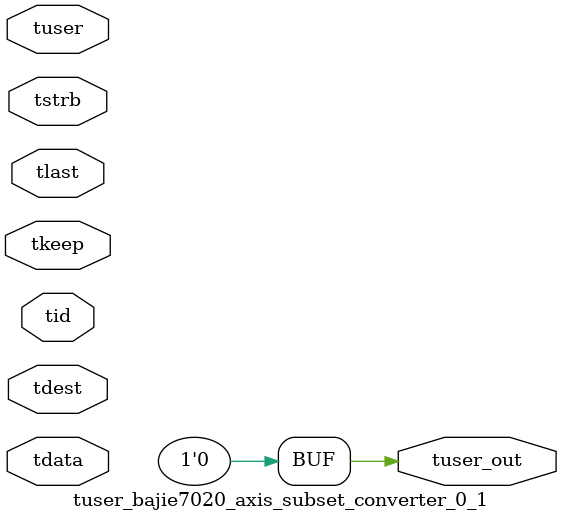
<source format=v>


`timescale 1ps/1ps

module tuser_bajie7020_axis_subset_converter_0_1 #
(
parameter C_S_AXIS_TUSER_WIDTH = 1,
parameter C_S_AXIS_TDATA_WIDTH = 32,
parameter C_S_AXIS_TID_WIDTH   = 0,
parameter C_S_AXIS_TDEST_WIDTH = 0,
parameter C_M_AXIS_TUSER_WIDTH = 1
)
(
input  [(C_S_AXIS_TUSER_WIDTH == 0 ? 1 : C_S_AXIS_TUSER_WIDTH)-1:0     ] tuser,
input  [(C_S_AXIS_TDATA_WIDTH == 0 ? 1 : C_S_AXIS_TDATA_WIDTH)-1:0     ] tdata,
input  [(C_S_AXIS_TID_WIDTH   == 0 ? 1 : C_S_AXIS_TID_WIDTH)-1:0       ] tid,
input  [(C_S_AXIS_TDEST_WIDTH == 0 ? 1 : C_S_AXIS_TDEST_WIDTH)-1:0     ] tdest,
input  [(C_S_AXIS_TDATA_WIDTH/8)-1:0 ] tkeep,
input  [(C_S_AXIS_TDATA_WIDTH/8)-1:0 ] tstrb,
input                                                                    tlast,
output [C_M_AXIS_TUSER_WIDTH-1:0] tuser_out
);

assign tuser_out = {1'b0};

endmodule


</source>
